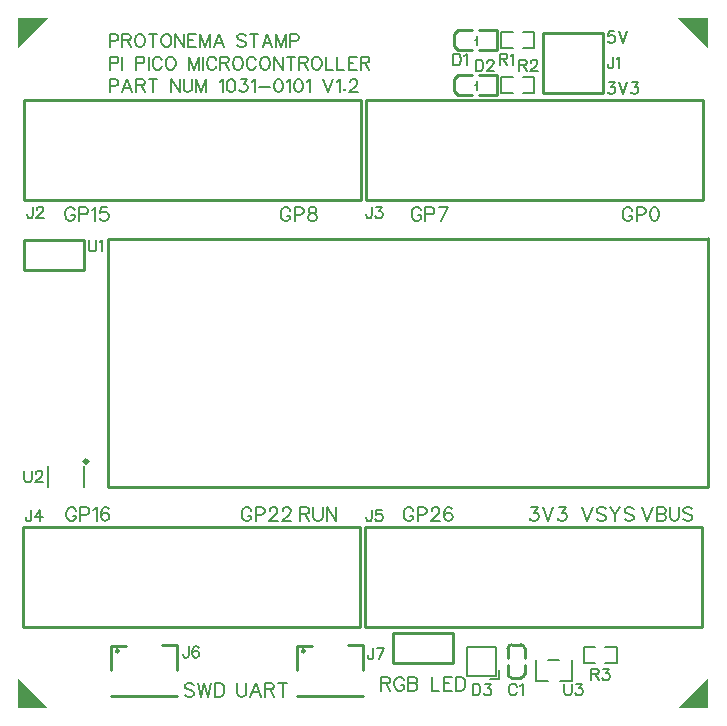
<source format=gto>
G04 Layer: TopSilkscreenLayer*
G04 EasyEDA v6.5.29, 2023-07-09 12:24:00*
G04 97f15dd9b7304d05b9f7bb3fd5aabb56,5a6b42c53f6a479593ecc07194224c93,10*
G04 Gerber Generator version 0.2*
G04 Scale: 100 percent, Rotated: No, Reflected: No *
G04 Dimensions in millimeters *
G04 leading zeros omitted , absolute positions ,4 integer and 5 decimal *
%FSLAX45Y45*%
%MOMM*%

%ADD10C,0.1524*%
%ADD11C,0.2540*%
%ADD12C,0.1520*%
%ADD13C,0.2030*%
%ADD14C,0.3000*%
%ADD15C,0.0114*%

%LPD*%
D10*
X121665Y4241037D02*
G01*
X121665Y4168394D01*
X117094Y4154678D01*
X112521Y4150105D01*
X103378Y4145534D01*
X94487Y4145534D01*
X85344Y4150105D01*
X80771Y4154678D01*
X76200Y4168394D01*
X76200Y4177537D01*
X156210Y4218431D02*
G01*
X156210Y4223004D01*
X160781Y4231894D01*
X165354Y4236465D01*
X174497Y4241037D01*
X192531Y4241037D01*
X201676Y4236465D01*
X206247Y4231894D01*
X210820Y4223004D01*
X210820Y4213860D01*
X206247Y4204715D01*
X197104Y4191000D01*
X151637Y4145534D01*
X215392Y4145534D01*
X2991865Y4241037D02*
G01*
X2991865Y4168394D01*
X2987293Y4154678D01*
X2982722Y4150105D01*
X2973577Y4145534D01*
X2964688Y4145534D01*
X2955543Y4150105D01*
X2950972Y4154678D01*
X2946400Y4168394D01*
X2946400Y4177537D01*
X3030981Y4241037D02*
G01*
X3081020Y4241037D01*
X3053588Y4204715D01*
X3067304Y4204715D01*
X3076447Y4200144D01*
X3081020Y4195571D01*
X3085591Y4182110D01*
X3085591Y4172965D01*
X3081020Y4159250D01*
X3071875Y4150105D01*
X3058159Y4145534D01*
X3044697Y4145534D01*
X3030981Y4150105D01*
X3026409Y4154678D01*
X3021838Y4163821D01*
X108965Y1675637D02*
G01*
X108965Y1602994D01*
X104394Y1589278D01*
X99821Y1584705D01*
X90678Y1580134D01*
X81787Y1580134D01*
X72644Y1584705D01*
X68071Y1589278D01*
X63500Y1602994D01*
X63500Y1612137D01*
X184404Y1675637D02*
G01*
X138937Y1612137D01*
X207010Y1612137D01*
X184404Y1675637D02*
G01*
X184404Y1580134D01*
X2991865Y1675637D02*
G01*
X2991865Y1602994D01*
X2987293Y1589278D01*
X2982722Y1584705D01*
X2973577Y1580134D01*
X2964688Y1580134D01*
X2955543Y1584705D01*
X2950972Y1589278D01*
X2946400Y1602994D01*
X2946400Y1612137D01*
X3076447Y1675637D02*
G01*
X3030981Y1675637D01*
X3026409Y1634744D01*
X3030981Y1639315D01*
X3044697Y1643887D01*
X3058159Y1643887D01*
X3071875Y1639315D01*
X3081020Y1630171D01*
X3085591Y1616710D01*
X3085591Y1607565D01*
X3081020Y1593850D01*
X3071875Y1584705D01*
X3058159Y1580134D01*
X3044697Y1580134D01*
X3030981Y1584705D01*
X3026409Y1589278D01*
X3021838Y1598421D01*
X5199888Y4208526D02*
G01*
X5194554Y4219447D01*
X5183631Y4230370D01*
X5172709Y4235957D01*
X5150865Y4235957D01*
X5139943Y4230370D01*
X5129022Y4219447D01*
X5123434Y4208526D01*
X5118100Y4192270D01*
X5118100Y4165092D01*
X5123434Y4148581D01*
X5129022Y4137660D01*
X5139943Y4126737D01*
X5150865Y4121404D01*
X5172709Y4121404D01*
X5183631Y4126737D01*
X5194554Y4137660D01*
X5199888Y4148581D01*
X5199888Y4165092D01*
X5172709Y4165092D02*
G01*
X5199888Y4165092D01*
X5235956Y4235957D02*
G01*
X5235956Y4121404D01*
X5235956Y4235957D02*
G01*
X5284977Y4235957D01*
X5301488Y4230370D01*
X5306822Y4225036D01*
X5312156Y4214113D01*
X5312156Y4197604D01*
X5306822Y4186681D01*
X5301488Y4181347D01*
X5284977Y4176013D01*
X5235956Y4176013D01*
X5380990Y4235957D02*
G01*
X5364734Y4230370D01*
X5353811Y4214113D01*
X5348224Y4186681D01*
X5348224Y4170426D01*
X5353811Y4143247D01*
X5364734Y4126737D01*
X5380990Y4121404D01*
X5391911Y4121404D01*
X5408168Y4126737D01*
X5419090Y4143247D01*
X5424677Y4170426D01*
X5424677Y4186681D01*
X5419090Y4214113D01*
X5408168Y4230370D01*
X5391911Y4235957D01*
X5380990Y4235957D01*
X3411981Y4212132D02*
G01*
X3406647Y4223054D01*
X3395725Y4233976D01*
X3384804Y4239564D01*
X3362959Y4239564D01*
X3352038Y4233976D01*
X3341115Y4223054D01*
X3335527Y4212132D01*
X3330193Y4195876D01*
X3330193Y4168698D01*
X3335527Y4152188D01*
X3341115Y4141266D01*
X3352038Y4130344D01*
X3362959Y4125010D01*
X3384804Y4125010D01*
X3395725Y4130344D01*
X3406647Y4141266D01*
X3411981Y4152188D01*
X3411981Y4168698D01*
X3384804Y4168698D02*
G01*
X3411981Y4168698D01*
X3448050Y4239564D02*
G01*
X3448050Y4125010D01*
X3448050Y4239564D02*
G01*
X3497072Y4239564D01*
X3513581Y4233976D01*
X3518915Y4228642D01*
X3524250Y4217720D01*
X3524250Y4201210D01*
X3518915Y4190288D01*
X3513581Y4184954D01*
X3497072Y4179620D01*
X3448050Y4179620D01*
X3636772Y4239564D02*
G01*
X3582161Y4125010D01*
X3560318Y4239564D02*
G01*
X3636772Y4239564D01*
X2304288Y4208526D02*
G01*
X2298954Y4219447D01*
X2288031Y4230370D01*
X2277109Y4235957D01*
X2255265Y4235957D01*
X2244343Y4230370D01*
X2233422Y4219447D01*
X2227834Y4208526D01*
X2222500Y4192270D01*
X2222500Y4165092D01*
X2227834Y4148581D01*
X2233422Y4137660D01*
X2244343Y4126737D01*
X2255265Y4121404D01*
X2277109Y4121404D01*
X2288031Y4126737D01*
X2298954Y4137660D01*
X2304288Y4148581D01*
X2304288Y4165092D01*
X2277109Y4165092D02*
G01*
X2304288Y4165092D01*
X2340356Y4235957D02*
G01*
X2340356Y4121404D01*
X2340356Y4235957D02*
G01*
X2389377Y4235957D01*
X2405888Y4230370D01*
X2411222Y4225036D01*
X2416556Y4214113D01*
X2416556Y4197604D01*
X2411222Y4186681D01*
X2405888Y4181347D01*
X2389377Y4176013D01*
X2340356Y4176013D01*
X2480056Y4235957D02*
G01*
X2463545Y4230370D01*
X2458211Y4219447D01*
X2458211Y4208526D01*
X2463545Y4197604D01*
X2474468Y4192270D01*
X2496311Y4186681D01*
X2512568Y4181347D01*
X2523490Y4170426D01*
X2529077Y4159504D01*
X2529077Y4143247D01*
X2523490Y4132326D01*
X2518156Y4126737D01*
X2501645Y4121404D01*
X2480056Y4121404D01*
X2463545Y4126737D01*
X2458211Y4132326D01*
X2452624Y4143247D01*
X2452624Y4159504D01*
X2458211Y4170426D01*
X2469134Y4181347D01*
X2485390Y4186681D01*
X2507234Y4192270D01*
X2518156Y4197604D01*
X2523490Y4208526D01*
X2523490Y4219447D01*
X2518156Y4230370D01*
X2501645Y4235957D01*
X2480056Y4235957D01*
X478281Y4212132D02*
G01*
X472947Y4223054D01*
X462026Y4233976D01*
X451104Y4239564D01*
X429260Y4239564D01*
X418337Y4233976D01*
X407415Y4223054D01*
X401828Y4212132D01*
X396494Y4195876D01*
X396494Y4168698D01*
X401828Y4152188D01*
X407415Y4141266D01*
X418337Y4130344D01*
X429260Y4125010D01*
X451104Y4125010D01*
X462026Y4130344D01*
X472947Y4141266D01*
X478281Y4152188D01*
X478281Y4168698D01*
X451104Y4168698D02*
G01*
X478281Y4168698D01*
X514350Y4239564D02*
G01*
X514350Y4125010D01*
X514350Y4239564D02*
G01*
X563371Y4239564D01*
X579881Y4233976D01*
X585215Y4228642D01*
X590550Y4217720D01*
X590550Y4201210D01*
X585215Y4190288D01*
X579881Y4184954D01*
X563371Y4179620D01*
X514350Y4179620D01*
X626618Y4217720D02*
G01*
X637539Y4223054D01*
X654050Y4239564D01*
X654050Y4125010D01*
X755395Y4239564D02*
G01*
X700786Y4239564D01*
X695452Y4190288D01*
X700786Y4195876D01*
X717295Y4201210D01*
X733552Y4201210D01*
X750062Y4195876D01*
X760729Y4184954D01*
X766318Y4168698D01*
X766318Y4157776D01*
X760729Y4141266D01*
X750062Y4130344D01*
X733552Y4125010D01*
X717295Y4125010D01*
X700786Y4130344D01*
X695452Y4135932D01*
X689863Y4146854D01*
X488187Y1668526D02*
G01*
X482854Y1679447D01*
X471931Y1690370D01*
X461010Y1695957D01*
X439165Y1695957D01*
X428244Y1690370D01*
X417321Y1679447D01*
X411734Y1668526D01*
X406400Y1652270D01*
X406400Y1625092D01*
X411734Y1608581D01*
X417321Y1597660D01*
X428244Y1586737D01*
X439165Y1581404D01*
X461010Y1581404D01*
X471931Y1586737D01*
X482854Y1597660D01*
X488187Y1608581D01*
X488187Y1625092D01*
X461010Y1625092D02*
G01*
X488187Y1625092D01*
X524255Y1695957D02*
G01*
X524255Y1581404D01*
X524255Y1695957D02*
G01*
X573278Y1695957D01*
X589787Y1690370D01*
X595121Y1685036D01*
X600455Y1674113D01*
X600455Y1657604D01*
X595121Y1646681D01*
X589787Y1641347D01*
X573278Y1636013D01*
X524255Y1636013D01*
X636523Y1674113D02*
G01*
X647445Y1679447D01*
X663955Y1695957D01*
X663955Y1581404D01*
X765302Y1679447D02*
G01*
X759968Y1690370D01*
X743457Y1695957D01*
X732536Y1695957D01*
X716279Y1690370D01*
X705357Y1674113D01*
X699770Y1646681D01*
X699770Y1619504D01*
X705357Y1597660D01*
X716279Y1586737D01*
X732536Y1581404D01*
X738123Y1581404D01*
X754379Y1586737D01*
X765302Y1597660D01*
X770636Y1614170D01*
X770636Y1619504D01*
X765302Y1636013D01*
X754379Y1646681D01*
X738123Y1652270D01*
X732536Y1652270D01*
X716279Y1646681D01*
X705357Y1636013D01*
X699770Y1619504D01*
X3345688Y1668526D02*
G01*
X3340354Y1679447D01*
X3329431Y1690370D01*
X3318509Y1695957D01*
X3296665Y1695957D01*
X3285743Y1690370D01*
X3274822Y1679447D01*
X3269234Y1668526D01*
X3263900Y1652270D01*
X3263900Y1625092D01*
X3269234Y1608581D01*
X3274822Y1597660D01*
X3285743Y1586737D01*
X3296665Y1581404D01*
X3318509Y1581404D01*
X3329431Y1586737D01*
X3340354Y1597660D01*
X3345688Y1608581D01*
X3345688Y1625092D01*
X3318509Y1625092D02*
G01*
X3345688Y1625092D01*
X3381756Y1695957D02*
G01*
X3381756Y1581404D01*
X3381756Y1695957D02*
G01*
X3430777Y1695957D01*
X3447288Y1690370D01*
X3452622Y1685036D01*
X3457956Y1674113D01*
X3457956Y1657604D01*
X3452622Y1646681D01*
X3447288Y1641347D01*
X3430777Y1636013D01*
X3381756Y1636013D01*
X3499611Y1668526D02*
G01*
X3499611Y1674113D01*
X3504945Y1685036D01*
X3510534Y1690370D01*
X3521456Y1695957D01*
X3543045Y1695957D01*
X3553968Y1690370D01*
X3559556Y1685036D01*
X3564890Y1674113D01*
X3564890Y1663192D01*
X3559556Y1652270D01*
X3548634Y1636013D01*
X3494024Y1581404D01*
X3570477Y1581404D01*
X3671824Y1679447D02*
G01*
X3666490Y1690370D01*
X3649979Y1695957D01*
X3639058Y1695957D01*
X3622802Y1690370D01*
X3611879Y1674113D01*
X3606545Y1646681D01*
X3606545Y1619504D01*
X3611879Y1597660D01*
X3622802Y1586737D01*
X3639058Y1581404D01*
X3644645Y1581404D01*
X3660902Y1586737D01*
X3671824Y1597660D01*
X3677411Y1614170D01*
X3677411Y1619504D01*
X3671824Y1636013D01*
X3660902Y1646681D01*
X3644645Y1652270D01*
X3639058Y1652270D01*
X3622802Y1646681D01*
X3611879Y1636013D01*
X3606545Y1619504D01*
X2387600Y1695957D02*
G01*
X2387600Y1581404D01*
X2387600Y1695957D02*
G01*
X2436622Y1695957D01*
X2453131Y1690370D01*
X2458465Y1685036D01*
X2464054Y1674113D01*
X2464054Y1663192D01*
X2458465Y1652270D01*
X2453131Y1646681D01*
X2436622Y1641347D01*
X2387600Y1641347D01*
X2425700Y1641347D02*
G01*
X2464054Y1581404D01*
X2499868Y1695957D02*
G01*
X2499868Y1614170D01*
X2505456Y1597660D01*
X2516377Y1586737D01*
X2532634Y1581404D01*
X2543556Y1581404D01*
X2560065Y1586737D01*
X2570988Y1597660D01*
X2576322Y1614170D01*
X2576322Y1695957D01*
X2612390Y1695957D02*
G01*
X2612390Y1581404D01*
X2612390Y1695957D02*
G01*
X2688590Y1581404D01*
X2688590Y1695957D02*
G01*
X2688590Y1581404D01*
X5283200Y1695957D02*
G01*
X5326888Y1581404D01*
X5370575Y1695957D02*
G01*
X5326888Y1581404D01*
X5406390Y1695957D02*
G01*
X5406390Y1581404D01*
X5406390Y1695957D02*
G01*
X5455665Y1695957D01*
X5471922Y1690370D01*
X5477256Y1685036D01*
X5482843Y1674113D01*
X5482843Y1663192D01*
X5477256Y1652270D01*
X5471922Y1646681D01*
X5455665Y1641347D01*
X5406390Y1641347D02*
G01*
X5455665Y1641347D01*
X5471922Y1636013D01*
X5477256Y1630426D01*
X5482843Y1619504D01*
X5482843Y1603247D01*
X5477256Y1592326D01*
X5471922Y1586737D01*
X5455665Y1581404D01*
X5406390Y1581404D01*
X5518911Y1695957D02*
G01*
X5518911Y1614170D01*
X5524245Y1597660D01*
X5535168Y1586737D01*
X5551677Y1581404D01*
X5562345Y1581404D01*
X5578856Y1586737D01*
X5589777Y1597660D01*
X5595111Y1614170D01*
X5595111Y1695957D01*
X5707634Y1679447D02*
G01*
X5696711Y1690370D01*
X5680202Y1695957D01*
X5658358Y1695957D01*
X5642102Y1690370D01*
X5631179Y1679447D01*
X5631179Y1668526D01*
X5636768Y1657604D01*
X5642102Y1652270D01*
X5653024Y1646681D01*
X5685790Y1636013D01*
X5696711Y1630426D01*
X5702045Y1625092D01*
X5707634Y1614170D01*
X5707634Y1597660D01*
X5696711Y1586737D01*
X5680202Y1581404D01*
X5658358Y1581404D01*
X5642102Y1586737D01*
X5631179Y1597660D01*
X4341622Y1695957D02*
G01*
X4401565Y1695957D01*
X4368800Y1652270D01*
X4385309Y1652270D01*
X4396231Y1646681D01*
X4401565Y1641347D01*
X4407154Y1625092D01*
X4407154Y1614170D01*
X4401565Y1597660D01*
X4390643Y1586737D01*
X4374388Y1581404D01*
X4357877Y1581404D01*
X4341622Y1586737D01*
X4336034Y1592326D01*
X4330700Y1603247D01*
X4442968Y1695957D02*
G01*
X4486656Y1581404D01*
X4530343Y1695957D02*
G01*
X4486656Y1581404D01*
X4577334Y1695957D02*
G01*
X4637277Y1695957D01*
X4604511Y1652270D01*
X4620768Y1652270D01*
X4631690Y1646681D01*
X4637277Y1641347D01*
X4642611Y1625092D01*
X4642611Y1614170D01*
X4637277Y1597660D01*
X4626356Y1586737D01*
X4609845Y1581404D01*
X4593590Y1581404D01*
X4577334Y1586737D01*
X4571745Y1592326D01*
X4566411Y1603247D01*
X4775200Y1695957D02*
G01*
X4818888Y1581404D01*
X4862575Y1695957D02*
G01*
X4818888Y1581404D01*
X4974843Y1679447D02*
G01*
X4963922Y1690370D01*
X4947665Y1695957D01*
X4925822Y1695957D01*
X4909311Y1690370D01*
X4898390Y1679447D01*
X4898390Y1668526D01*
X4903977Y1657604D01*
X4909311Y1652270D01*
X4920234Y1646681D01*
X4953000Y1636013D01*
X4963922Y1630426D01*
X4969256Y1625092D01*
X4974843Y1614170D01*
X4974843Y1597660D01*
X4963922Y1586737D01*
X4947665Y1581404D01*
X4925822Y1581404D01*
X4909311Y1586737D01*
X4898390Y1597660D01*
X5010911Y1695957D02*
G01*
X5054345Y1641347D01*
X5054345Y1581404D01*
X5098034Y1695957D02*
G01*
X5054345Y1641347D01*
X5210556Y1679447D02*
G01*
X5199634Y1690370D01*
X5183124Y1695957D01*
X5161279Y1695957D01*
X5145024Y1690370D01*
X5134102Y1679447D01*
X5134102Y1668526D01*
X5139436Y1657604D01*
X5145024Y1652270D01*
X5155945Y1646681D01*
X5188711Y1636013D01*
X5199634Y1630426D01*
X5204968Y1625092D01*
X5210556Y1614170D01*
X5210556Y1597660D01*
X5199634Y1586737D01*
X5183124Y1581404D01*
X5161279Y1581404D01*
X5145024Y1586737D01*
X5134102Y1597660D01*
X1974088Y1668526D02*
G01*
X1968754Y1679447D01*
X1957831Y1690370D01*
X1946909Y1695957D01*
X1925065Y1695957D01*
X1914144Y1690370D01*
X1903221Y1679447D01*
X1897634Y1668526D01*
X1892300Y1652270D01*
X1892300Y1625092D01*
X1897634Y1608581D01*
X1903221Y1597660D01*
X1914144Y1586737D01*
X1925065Y1581404D01*
X1946909Y1581404D01*
X1957831Y1586737D01*
X1968754Y1597660D01*
X1974088Y1608581D01*
X1974088Y1625092D01*
X1946909Y1625092D02*
G01*
X1974088Y1625092D01*
X2010156Y1695957D02*
G01*
X2010156Y1581404D01*
X2010156Y1695957D02*
G01*
X2059177Y1695957D01*
X2075688Y1690370D01*
X2081022Y1685036D01*
X2086356Y1674113D01*
X2086356Y1657604D01*
X2081022Y1646681D01*
X2075688Y1641347D01*
X2059177Y1636013D01*
X2010156Y1636013D01*
X2128011Y1668526D02*
G01*
X2128011Y1674113D01*
X2133345Y1685036D01*
X2138934Y1690370D01*
X2149856Y1695957D01*
X2171445Y1695957D01*
X2182368Y1690370D01*
X2187956Y1685036D01*
X2193290Y1674113D01*
X2193290Y1663192D01*
X2187956Y1652270D01*
X2177034Y1636013D01*
X2122424Y1581404D01*
X2198877Y1581404D01*
X2240279Y1668526D02*
G01*
X2240279Y1674113D01*
X2245868Y1685036D01*
X2251202Y1690370D01*
X2262124Y1695957D01*
X2283968Y1695957D01*
X2294890Y1690370D01*
X2300224Y1685036D01*
X2305811Y1674113D01*
X2305811Y1663192D01*
X2300224Y1652270D01*
X2289302Y1636013D01*
X2234945Y1581404D01*
X2311145Y1581404D01*
X596900Y3961637D02*
G01*
X596900Y3893565D01*
X601471Y3879850D01*
X610615Y3870705D01*
X624078Y3866134D01*
X633221Y3866134D01*
X646937Y3870705D01*
X656081Y3879850D01*
X660654Y3893565D01*
X660654Y3961637D01*
X690626Y3943604D02*
G01*
X699515Y3948176D01*
X713231Y3961637D01*
X713231Y3866134D01*
X5045709Y5726937D02*
G01*
X5000243Y5726937D01*
X4995672Y5686044D01*
X5000243Y5690615D01*
X5013706Y5695187D01*
X5027422Y5695187D01*
X5041138Y5690615D01*
X5050281Y5681471D01*
X5054854Y5668010D01*
X5054854Y5658865D01*
X5050281Y5645150D01*
X5041138Y5636005D01*
X5027422Y5631434D01*
X5013706Y5631434D01*
X5000243Y5636005D01*
X4995672Y5640578D01*
X4991100Y5649721D01*
X5084825Y5726937D02*
G01*
X5121147Y5631434D01*
X5157470Y5726937D02*
G01*
X5121147Y5631434D01*
X5000243Y5295137D02*
G01*
X5050281Y5295137D01*
X5022850Y5258815D01*
X5036565Y5258815D01*
X5045709Y5254244D01*
X5050281Y5249671D01*
X5054854Y5236210D01*
X5054854Y5227065D01*
X5050281Y5213350D01*
X5041138Y5204205D01*
X5027422Y5199634D01*
X5013706Y5199634D01*
X5000243Y5204205D01*
X4995672Y5208778D01*
X4991100Y5217921D01*
X5084825Y5295137D02*
G01*
X5121147Y5199634D01*
X5157470Y5295137D02*
G01*
X5121147Y5199634D01*
X5196586Y5295137D02*
G01*
X5246624Y5295137D01*
X5219191Y5258815D01*
X5232908Y5258815D01*
X5242052Y5254244D01*
X5246624Y5249671D01*
X5251195Y5236210D01*
X5251195Y5227065D01*
X5246624Y5213350D01*
X5237479Y5204205D01*
X5223763Y5199634D01*
X5210302Y5199634D01*
X5196586Y5204205D01*
X5192013Y5208778D01*
X5187441Y5217921D01*
X5036565Y5511037D02*
G01*
X5036565Y5438394D01*
X5031993Y5424678D01*
X5027422Y5420105D01*
X5018277Y5415534D01*
X5009388Y5415534D01*
X5000243Y5420105D01*
X4995672Y5424678D01*
X4991100Y5438394D01*
X4991100Y5447537D01*
X5066538Y5493004D02*
G01*
X5075681Y5497576D01*
X5089397Y5511037D01*
X5089397Y5415534D01*
X774700Y5703315D02*
G01*
X774700Y5594350D01*
X774700Y5703315D02*
G01*
X821436Y5703315D01*
X836929Y5698236D01*
X842263Y5692902D01*
X847344Y5682487D01*
X847344Y5666994D01*
X842263Y5656579D01*
X836929Y5651500D01*
X821436Y5646165D01*
X774700Y5646165D01*
X881634Y5703315D02*
G01*
X881634Y5594350D01*
X881634Y5703315D02*
G01*
X928370Y5703315D01*
X944118Y5698236D01*
X949197Y5692902D01*
X954531Y5682487D01*
X954531Y5672073D01*
X949197Y5661660D01*
X944118Y5656579D01*
X928370Y5651500D01*
X881634Y5651500D01*
X918210Y5651500D02*
G01*
X954531Y5594350D01*
X1019810Y5703315D02*
G01*
X1009650Y5698236D01*
X999236Y5687821D01*
X993902Y5677407D01*
X988821Y5661660D01*
X988821Y5635752D01*
X993902Y5620257D01*
X999236Y5609844D01*
X1009650Y5599429D01*
X1019810Y5594350D01*
X1040637Y5594350D01*
X1051052Y5599429D01*
X1061465Y5609844D01*
X1066800Y5620257D01*
X1071879Y5635752D01*
X1071879Y5661660D01*
X1066800Y5677407D01*
X1061465Y5687821D01*
X1051052Y5698236D01*
X1040637Y5703315D01*
X1019810Y5703315D01*
X1142492Y5703315D02*
G01*
X1142492Y5594350D01*
X1106170Y5703315D02*
G01*
X1178813Y5703315D01*
X1244345Y5703315D02*
G01*
X1233931Y5698236D01*
X1223518Y5687821D01*
X1218437Y5677407D01*
X1213104Y5661660D01*
X1213104Y5635752D01*
X1218437Y5620257D01*
X1223518Y5609844D01*
X1233931Y5599429D01*
X1244345Y5594350D01*
X1265173Y5594350D01*
X1275587Y5599429D01*
X1286002Y5609844D01*
X1291081Y5620257D01*
X1296415Y5635752D01*
X1296415Y5661660D01*
X1291081Y5677407D01*
X1286002Y5687821D01*
X1275587Y5698236D01*
X1265173Y5703315D01*
X1244345Y5703315D01*
X1330705Y5703315D02*
G01*
X1330705Y5594350D01*
X1330705Y5703315D02*
G01*
X1403350Y5594350D01*
X1403350Y5703315D02*
G01*
X1403350Y5594350D01*
X1437639Y5703315D02*
G01*
X1437639Y5594350D01*
X1437639Y5703315D02*
G01*
X1505204Y5703315D01*
X1437639Y5651500D02*
G01*
X1479295Y5651500D01*
X1437639Y5594350D02*
G01*
X1505204Y5594350D01*
X1539494Y5703315D02*
G01*
X1539494Y5594350D01*
X1539494Y5703315D02*
G01*
X1581150Y5594350D01*
X1622552Y5703315D02*
G01*
X1581150Y5594350D01*
X1622552Y5703315D02*
G01*
X1622552Y5594350D01*
X1698497Y5703315D02*
G01*
X1656842Y5594350D01*
X1698497Y5703315D02*
G01*
X1739900Y5594350D01*
X1672589Y5630671D02*
G01*
X1724405Y5630671D01*
X1927097Y5687821D02*
G01*
X1916684Y5698236D01*
X1901189Y5703315D01*
X1880362Y5703315D01*
X1864613Y5698236D01*
X1854200Y5687821D01*
X1854200Y5677407D01*
X1859534Y5666994D01*
X1864613Y5661660D01*
X1875028Y5656579D01*
X1906270Y5646165D01*
X1916684Y5641086D01*
X1921763Y5635752D01*
X1927097Y5625337D01*
X1927097Y5609844D01*
X1916684Y5599429D01*
X1901189Y5594350D01*
X1880362Y5594350D01*
X1864613Y5599429D01*
X1854200Y5609844D01*
X1997709Y5703315D02*
G01*
X1997709Y5594350D01*
X1961388Y5703315D02*
G01*
X2034031Y5703315D01*
X2109977Y5703315D02*
G01*
X2068322Y5594350D01*
X2109977Y5703315D02*
G01*
X2151379Y5594350D01*
X2084070Y5630671D02*
G01*
X2135886Y5630671D01*
X2185670Y5703315D02*
G01*
X2185670Y5594350D01*
X2185670Y5703315D02*
G01*
X2227325Y5594350D01*
X2268981Y5703315D02*
G01*
X2227325Y5594350D01*
X2268981Y5703315D02*
G01*
X2268981Y5594350D01*
X2303272Y5703315D02*
G01*
X2303272Y5594350D01*
X2303272Y5703315D02*
G01*
X2350008Y5703315D01*
X2365502Y5698236D01*
X2370836Y5692902D01*
X2375915Y5682487D01*
X2375915Y5666994D01*
X2370836Y5656579D01*
X2365502Y5651500D01*
X2350008Y5646165D01*
X2303272Y5646165D01*
X774700Y5512815D02*
G01*
X774700Y5403850D01*
X774700Y5512815D02*
G01*
X821436Y5512815D01*
X836929Y5507736D01*
X842263Y5502402D01*
X847344Y5491987D01*
X847344Y5476494D01*
X842263Y5466079D01*
X836929Y5461000D01*
X821436Y5455665D01*
X774700Y5455665D01*
X881634Y5512815D02*
G01*
X881634Y5403850D01*
X995934Y5512815D02*
G01*
X995934Y5403850D01*
X995934Y5512815D02*
G01*
X1042670Y5512815D01*
X1058418Y5507736D01*
X1063497Y5502402D01*
X1068831Y5491987D01*
X1068831Y5476494D01*
X1063497Y5466079D01*
X1058418Y5461000D01*
X1042670Y5455665D01*
X995934Y5455665D01*
X1103121Y5512815D02*
G01*
X1103121Y5403850D01*
X1215389Y5486907D02*
G01*
X1210055Y5497321D01*
X1199642Y5507736D01*
X1189228Y5512815D01*
X1168400Y5512815D01*
X1158239Y5507736D01*
X1147826Y5497321D01*
X1142492Y5486907D01*
X1137412Y5471160D01*
X1137412Y5445252D01*
X1142492Y5429757D01*
X1147826Y5419344D01*
X1158239Y5408929D01*
X1168400Y5403850D01*
X1189228Y5403850D01*
X1199642Y5408929D01*
X1210055Y5419344D01*
X1215389Y5429757D01*
X1280668Y5512815D02*
G01*
X1270254Y5507736D01*
X1259839Y5497321D01*
X1254760Y5486907D01*
X1249679Y5471160D01*
X1249679Y5445252D01*
X1254760Y5429757D01*
X1259839Y5419344D01*
X1270254Y5408929D01*
X1280668Y5403850D01*
X1301495Y5403850D01*
X1311910Y5408929D01*
X1322323Y5419344D01*
X1327404Y5429757D01*
X1332737Y5445252D01*
X1332737Y5471160D01*
X1327404Y5486907D01*
X1322323Y5497321D01*
X1311910Y5507736D01*
X1301495Y5512815D01*
X1280668Y5512815D01*
X1447037Y5512815D02*
G01*
X1447037Y5403850D01*
X1447037Y5512815D02*
G01*
X1488439Y5403850D01*
X1530095Y5512815D02*
G01*
X1488439Y5403850D01*
X1530095Y5512815D02*
G01*
X1530095Y5403850D01*
X1564386Y5512815D02*
G01*
X1564386Y5403850D01*
X1676654Y5486907D02*
G01*
X1671320Y5497321D01*
X1661160Y5507736D01*
X1650745Y5512815D01*
X1629918Y5512815D01*
X1619504Y5507736D01*
X1609089Y5497321D01*
X1604010Y5486907D01*
X1598676Y5471160D01*
X1598676Y5445252D01*
X1604010Y5429757D01*
X1609089Y5419344D01*
X1619504Y5408929D01*
X1629918Y5403850D01*
X1650745Y5403850D01*
X1661160Y5408929D01*
X1671320Y5419344D01*
X1676654Y5429757D01*
X1710944Y5512815D02*
G01*
X1710944Y5403850D01*
X1710944Y5512815D02*
G01*
X1757679Y5512815D01*
X1773173Y5507736D01*
X1778507Y5502402D01*
X1783587Y5491987D01*
X1783587Y5481573D01*
X1778507Y5471160D01*
X1773173Y5466079D01*
X1757679Y5461000D01*
X1710944Y5461000D01*
X1747265Y5461000D02*
G01*
X1783587Y5403850D01*
X1849120Y5512815D02*
G01*
X1838705Y5507736D01*
X1828292Y5497321D01*
X1823212Y5486907D01*
X1817878Y5471160D01*
X1817878Y5445252D01*
X1823212Y5429757D01*
X1828292Y5419344D01*
X1838705Y5408929D01*
X1849120Y5403850D01*
X1869947Y5403850D01*
X1880362Y5408929D01*
X1890776Y5419344D01*
X1895855Y5429757D01*
X1901189Y5445252D01*
X1901189Y5471160D01*
X1895855Y5486907D01*
X1890776Y5497321D01*
X1880362Y5507736D01*
X1869947Y5512815D01*
X1849120Y5512815D01*
X2013204Y5486907D02*
G01*
X2008124Y5497321D01*
X1997709Y5507736D01*
X1987295Y5512815D01*
X1966468Y5512815D01*
X1956054Y5507736D01*
X1945640Y5497321D01*
X1940559Y5486907D01*
X1935479Y5471160D01*
X1935479Y5445252D01*
X1940559Y5429757D01*
X1945640Y5419344D01*
X1956054Y5408929D01*
X1966468Y5403850D01*
X1987295Y5403850D01*
X1997709Y5408929D01*
X2008124Y5419344D01*
X2013204Y5429757D01*
X2078736Y5512815D02*
G01*
X2068322Y5507736D01*
X2057908Y5497321D01*
X2052827Y5486907D01*
X2047493Y5471160D01*
X2047493Y5445252D01*
X2052827Y5429757D01*
X2057908Y5419344D01*
X2068322Y5408929D01*
X2078736Y5403850D01*
X2099563Y5403850D01*
X2109977Y5408929D01*
X2120391Y5419344D01*
X2125472Y5429757D01*
X2130806Y5445252D01*
X2130806Y5471160D01*
X2125472Y5486907D01*
X2120391Y5497321D01*
X2109977Y5507736D01*
X2099563Y5512815D01*
X2078736Y5512815D01*
X2165095Y5512815D02*
G01*
X2165095Y5403850D01*
X2165095Y5512815D02*
G01*
X2237740Y5403850D01*
X2237740Y5512815D02*
G01*
X2237740Y5403850D01*
X2308352Y5512815D02*
G01*
X2308352Y5403850D01*
X2272029Y5512815D02*
G01*
X2344674Y5512815D01*
X2378963Y5512815D02*
G01*
X2378963Y5403850D01*
X2378963Y5512815D02*
G01*
X2425700Y5512815D01*
X2441447Y5507736D01*
X2446527Y5502402D01*
X2451861Y5491987D01*
X2451861Y5481573D01*
X2446527Y5471160D01*
X2441447Y5466079D01*
X2425700Y5461000D01*
X2378963Y5461000D01*
X2415540Y5461000D02*
G01*
X2451861Y5403850D01*
X2517140Y5512815D02*
G01*
X2506979Y5507736D01*
X2496565Y5497321D01*
X2491231Y5486907D01*
X2486152Y5471160D01*
X2486152Y5445252D01*
X2491231Y5429757D01*
X2496565Y5419344D01*
X2506979Y5408929D01*
X2517140Y5403850D01*
X2537968Y5403850D01*
X2548381Y5408929D01*
X2558795Y5419344D01*
X2564129Y5429757D01*
X2569209Y5445252D01*
X2569209Y5471160D01*
X2564129Y5486907D01*
X2558795Y5497321D01*
X2548381Y5507736D01*
X2537968Y5512815D01*
X2517140Y5512815D01*
X2603500Y5512815D02*
G01*
X2603500Y5403850D01*
X2603500Y5403850D02*
G01*
X2665729Y5403850D01*
X2700020Y5512815D02*
G01*
X2700020Y5403850D01*
X2700020Y5403850D02*
G01*
X2762504Y5403850D01*
X2796793Y5512815D02*
G01*
X2796793Y5403850D01*
X2796793Y5512815D02*
G01*
X2864358Y5512815D01*
X2796793Y5461000D02*
G01*
X2838450Y5461000D01*
X2796793Y5403850D02*
G01*
X2864358Y5403850D01*
X2898647Y5512815D02*
G01*
X2898647Y5403850D01*
X2898647Y5512815D02*
G01*
X2945384Y5512815D01*
X2960877Y5507736D01*
X2966211Y5502402D01*
X2971291Y5491987D01*
X2971291Y5481573D01*
X2966211Y5471160D01*
X2960877Y5466079D01*
X2945384Y5461000D01*
X2898647Y5461000D01*
X2934970Y5461000D02*
G01*
X2971291Y5403850D01*
X774700Y5322315D02*
G01*
X774700Y5213350D01*
X774700Y5322315D02*
G01*
X821436Y5322315D01*
X836929Y5317236D01*
X842263Y5311902D01*
X847344Y5301487D01*
X847344Y5285994D01*
X842263Y5275579D01*
X836929Y5270500D01*
X821436Y5265165D01*
X774700Y5265165D01*
X923289Y5322315D02*
G01*
X881634Y5213350D01*
X923289Y5322315D02*
G01*
X964945Y5213350D01*
X897381Y5249671D02*
G01*
X949197Y5249671D01*
X999236Y5322315D02*
G01*
X999236Y5213350D01*
X999236Y5322315D02*
G01*
X1045971Y5322315D01*
X1061465Y5317236D01*
X1066800Y5311902D01*
X1071879Y5301487D01*
X1071879Y5291073D01*
X1066800Y5280660D01*
X1061465Y5275579D01*
X1045971Y5270500D01*
X999236Y5270500D01*
X1035557Y5270500D02*
G01*
X1071879Y5213350D01*
X1142492Y5322315D02*
G01*
X1142492Y5213350D01*
X1106170Y5322315D02*
G01*
X1178813Y5322315D01*
X1293113Y5322315D02*
G01*
X1293113Y5213350D01*
X1293113Y5322315D02*
G01*
X1366012Y5213350D01*
X1366012Y5322315D02*
G01*
X1366012Y5213350D01*
X1400302Y5322315D02*
G01*
X1400302Y5244337D01*
X1405381Y5228844D01*
X1415795Y5218429D01*
X1431289Y5213350D01*
X1441704Y5213350D01*
X1457452Y5218429D01*
X1467865Y5228844D01*
X1472945Y5244337D01*
X1472945Y5322315D01*
X1507236Y5322315D02*
G01*
X1507236Y5213350D01*
X1507236Y5322315D02*
G01*
X1548892Y5213350D01*
X1590294Y5322315D02*
G01*
X1548892Y5213350D01*
X1590294Y5322315D02*
G01*
X1590294Y5213350D01*
X1704594Y5301487D02*
G01*
X1715007Y5306821D01*
X1730755Y5322315D01*
X1730755Y5213350D01*
X1796034Y5322315D02*
G01*
X1780539Y5317236D01*
X1770126Y5301487D01*
X1765045Y5275579D01*
X1765045Y5260086D01*
X1770126Y5233923D01*
X1780539Y5218429D01*
X1796034Y5213350D01*
X1806447Y5213350D01*
X1822195Y5218429D01*
X1832610Y5233923D01*
X1837689Y5260086D01*
X1837689Y5275579D01*
X1832610Y5301487D01*
X1822195Y5317236D01*
X1806447Y5322315D01*
X1796034Y5322315D01*
X1882394Y5322315D02*
G01*
X1939543Y5322315D01*
X1908302Y5280660D01*
X1924050Y5280660D01*
X1934209Y5275579D01*
X1939543Y5270500D01*
X1944624Y5254752D01*
X1944624Y5244337D01*
X1939543Y5228844D01*
X1929129Y5218429D01*
X1913636Y5213350D01*
X1897887Y5213350D01*
X1882394Y5218429D01*
X1877060Y5223510D01*
X1871979Y5233923D01*
X1978913Y5301487D02*
G01*
X1989327Y5306821D01*
X2005075Y5322315D01*
X2005075Y5213350D01*
X2039365Y5260086D02*
G01*
X2132838Y5260086D01*
X2198370Y5322315D02*
G01*
X2182622Y5317236D01*
X2172208Y5301487D01*
X2167127Y5275579D01*
X2167127Y5260086D01*
X2172208Y5233923D01*
X2182622Y5218429D01*
X2198370Y5213350D01*
X2208529Y5213350D01*
X2224277Y5218429D01*
X2234691Y5233923D01*
X2239772Y5260086D01*
X2239772Y5275579D01*
X2234691Y5301487D01*
X2224277Y5317236D01*
X2208529Y5322315D01*
X2198370Y5322315D01*
X2274061Y5301487D02*
G01*
X2284475Y5306821D01*
X2299970Y5322315D01*
X2299970Y5213350D01*
X2365502Y5322315D02*
G01*
X2350008Y5317236D01*
X2339593Y5301487D01*
X2334259Y5275579D01*
X2334259Y5260086D01*
X2339593Y5233923D01*
X2350008Y5218429D01*
X2365502Y5213350D01*
X2375915Y5213350D01*
X2391409Y5218429D01*
X2401824Y5233923D01*
X2407158Y5260086D01*
X2407158Y5275579D01*
X2401824Y5301487D01*
X2391409Y5317236D01*
X2375915Y5322315D01*
X2365502Y5322315D01*
X2441447Y5301487D02*
G01*
X2451861Y5306821D01*
X2467356Y5322315D01*
X2467356Y5213350D01*
X2581656Y5322315D02*
G01*
X2623311Y5213350D01*
X2664713Y5322315D02*
G01*
X2623311Y5213350D01*
X2699004Y5301487D02*
G01*
X2709418Y5306821D01*
X2725165Y5322315D01*
X2725165Y5213350D01*
X2764536Y5239257D02*
G01*
X2759456Y5233923D01*
X2764536Y5228844D01*
X2769870Y5233923D01*
X2764536Y5239257D01*
X2809240Y5296407D02*
G01*
X2809240Y5301487D01*
X2814320Y5311902D01*
X2819654Y5317236D01*
X2830068Y5322315D01*
X2850895Y5322315D01*
X2861309Y5317236D01*
X2866390Y5311902D01*
X2871470Y5301487D01*
X2871470Y5291073D01*
X2866390Y5280660D01*
X2855975Y5265165D01*
X2804159Y5213350D01*
X2876804Y5213350D01*
X1486154Y193547D02*
G01*
X1475231Y204470D01*
X1458721Y210057D01*
X1436878Y210057D01*
X1420621Y204470D01*
X1409700Y193547D01*
X1409700Y182626D01*
X1415034Y171704D01*
X1420621Y166370D01*
X1431544Y160781D01*
X1464310Y150113D01*
X1475231Y144526D01*
X1480565Y139192D01*
X1486154Y128270D01*
X1486154Y111760D01*
X1475231Y100837D01*
X1458721Y95504D01*
X1436878Y95504D01*
X1420621Y100837D01*
X1409700Y111760D01*
X1521968Y210057D02*
G01*
X1549400Y95504D01*
X1576578Y210057D02*
G01*
X1549400Y95504D01*
X1576578Y210057D02*
G01*
X1603755Y95504D01*
X1631187Y210057D02*
G01*
X1603755Y95504D01*
X1667255Y210057D02*
G01*
X1667255Y95504D01*
X1667255Y210057D02*
G01*
X1705355Y210057D01*
X1721612Y204470D01*
X1732534Y193547D01*
X1738121Y182626D01*
X1743455Y166370D01*
X1743455Y139192D01*
X1738121Y122681D01*
X1732534Y111760D01*
X1721612Y100837D01*
X1705355Y95504D01*
X1667255Y95504D01*
X1854200Y210057D02*
G01*
X1854200Y128270D01*
X1859534Y111760D01*
X1870455Y100837D01*
X1886965Y95504D01*
X1897887Y95504D01*
X1914144Y100837D01*
X1925065Y111760D01*
X1930654Y128270D01*
X1930654Y210057D01*
X2010156Y210057D02*
G01*
X1966468Y95504D01*
X2010156Y210057D02*
G01*
X2053843Y95504D01*
X1982977Y133604D02*
G01*
X2037588Y133604D01*
X2089911Y210057D02*
G01*
X2089911Y95504D01*
X2089911Y210057D02*
G01*
X2138934Y210057D01*
X2155190Y204470D01*
X2160777Y199136D01*
X2166111Y188213D01*
X2166111Y177292D01*
X2160777Y166370D01*
X2155190Y160781D01*
X2138934Y155447D01*
X2089911Y155447D01*
X2128011Y155447D02*
G01*
X2166111Y95504D01*
X2240279Y210057D02*
G01*
X2240279Y95504D01*
X2202179Y210057D02*
G01*
X2278634Y210057D01*
X3073400Y260789D02*
G01*
X3073400Y146245D01*
X3073400Y260789D02*
G01*
X3122490Y260789D01*
X3138853Y255336D01*
X3144309Y249882D01*
X3149762Y238973D01*
X3149762Y228064D01*
X3144309Y217154D01*
X3138853Y211698D01*
X3122490Y206245D01*
X3073400Y206245D01*
X3111581Y206245D02*
G01*
X3149762Y146245D01*
X3267580Y233517D02*
G01*
X3262127Y244426D01*
X3251217Y255336D01*
X3240308Y260789D01*
X3218489Y260789D01*
X3207580Y255336D01*
X3196671Y244426D01*
X3191217Y233517D01*
X3185764Y217154D01*
X3185764Y189882D01*
X3191217Y173517D01*
X3196671Y162608D01*
X3207580Y151698D01*
X3218489Y146245D01*
X3240308Y146245D01*
X3251217Y151698D01*
X3262127Y162608D01*
X3267580Y173517D01*
X3267580Y189882D01*
X3240308Y189882D02*
G01*
X3267580Y189882D01*
X3303582Y260789D02*
G01*
X3303582Y146245D01*
X3303582Y260789D02*
G01*
X3352672Y260789D01*
X3369035Y255336D01*
X3374489Y249882D01*
X3379944Y238973D01*
X3379944Y228064D01*
X3374489Y217154D01*
X3369035Y211698D01*
X3352672Y206245D01*
X3303582Y206245D02*
G01*
X3352672Y206245D01*
X3369035Y200789D01*
X3374489Y195336D01*
X3379944Y184426D01*
X3379944Y168064D01*
X3374489Y157154D01*
X3369035Y151698D01*
X3352672Y146245D01*
X3303582Y146245D01*
X3499944Y260789D02*
G01*
X3499944Y146245D01*
X3499944Y146245D02*
G01*
X3565397Y146245D01*
X3601399Y260789D02*
G01*
X3601399Y146245D01*
X3601399Y260789D02*
G01*
X3672309Y260789D01*
X3601399Y206245D02*
G01*
X3645034Y206245D01*
X3601399Y146245D02*
G01*
X3672309Y146245D01*
X3708308Y260789D02*
G01*
X3708308Y146245D01*
X3708308Y260789D02*
G01*
X3746489Y260789D01*
X3762852Y255336D01*
X3773761Y244426D01*
X3779217Y233517D01*
X3784671Y217154D01*
X3784671Y189882D01*
X3779217Y173517D01*
X3773761Y162608D01*
X3762852Y151698D01*
X3746489Y146245D01*
X3708308Y146245D01*
X3848036Y202552D02*
G01*
X3848036Y107048D01*
X3848036Y202552D02*
G01*
X3880040Y202552D01*
X3893502Y197980D01*
X3902646Y188836D01*
X3907218Y179692D01*
X3911790Y166230D01*
X3911790Y143370D01*
X3907218Y129908D01*
X3902646Y120764D01*
X3893502Y111620D01*
X3880040Y107048D01*
X3848036Y107048D01*
X3950906Y202552D02*
G01*
X4000944Y202552D01*
X3973512Y166230D01*
X3987228Y166230D01*
X3996372Y161658D01*
X4000944Y157086D01*
X4005262Y143370D01*
X4005262Y134226D01*
X4000944Y120764D01*
X3991800Y111620D01*
X3978084Y107048D01*
X3964368Y107048D01*
X3950906Y111620D01*
X3946334Y116192D01*
X3941762Y125336D01*
X4220972Y179831D02*
G01*
X4216654Y188976D01*
X4207509Y197865D01*
X4198365Y202437D01*
X4180077Y202437D01*
X4171188Y197865D01*
X4162043Y188976D01*
X4157472Y179831D01*
X4152900Y166115D01*
X4152900Y143510D01*
X4157472Y129794D01*
X4162043Y120650D01*
X4171188Y111505D01*
X4180077Y106934D01*
X4198365Y106934D01*
X4207509Y111505D01*
X4216654Y120650D01*
X4220972Y129794D01*
X4251197Y184404D02*
G01*
X4260088Y188976D01*
X4273804Y202437D01*
X4273804Y106934D01*
X1442465Y519937D02*
G01*
X1442465Y447294D01*
X1437894Y433578D01*
X1433321Y429005D01*
X1424178Y424434D01*
X1415287Y424434D01*
X1406144Y429005D01*
X1401571Y433578D01*
X1397000Y447294D01*
X1397000Y456437D01*
X1527047Y506476D02*
G01*
X1522476Y515365D01*
X1508760Y519937D01*
X1499615Y519937D01*
X1486154Y515365D01*
X1477010Y501904D01*
X1472437Y479044D01*
X1472437Y456437D01*
X1477010Y438150D01*
X1486154Y429005D01*
X1499615Y424434D01*
X1504187Y424434D01*
X1517904Y429005D01*
X1527047Y438150D01*
X1531620Y451865D01*
X1531620Y456437D01*
X1527047Y469900D01*
X1517904Y479044D01*
X1504187Y483615D01*
X1499615Y483615D01*
X1486154Y479044D01*
X1477010Y469900D01*
X1472437Y456437D01*
X3004565Y507237D02*
G01*
X3004565Y434594D01*
X2999993Y420878D01*
X2995422Y416305D01*
X2986277Y411734D01*
X2977388Y411734D01*
X2968243Y416305D01*
X2963672Y420878D01*
X2959100Y434594D01*
X2959100Y443737D01*
X3098291Y507237D02*
G01*
X3052825Y411734D01*
X3034538Y507237D02*
G01*
X3098291Y507237D01*
X4076700Y5536437D02*
G01*
X4076700Y5440934D01*
X4076700Y5536437D02*
G01*
X4117593Y5536437D01*
X4131309Y5531865D01*
X4135881Y5527294D01*
X4140454Y5518404D01*
X4140454Y5509260D01*
X4135881Y5500115D01*
X4131309Y5495544D01*
X4117593Y5490971D01*
X4076700Y5490971D01*
X4108450Y5490971D02*
G01*
X4140454Y5440934D01*
X4170425Y5518404D02*
G01*
X4179315Y5522976D01*
X4193031Y5536437D01*
X4193031Y5440934D01*
X3873500Y5485637D02*
G01*
X3873500Y5390387D01*
X3873500Y5485637D02*
G01*
X3905250Y5485637D01*
X3918965Y5481065D01*
X3928109Y5472176D01*
X3932681Y5463031D01*
X3937254Y5449315D01*
X3937254Y5426710D01*
X3932681Y5412994D01*
X3928109Y5403850D01*
X3918965Y5394705D01*
X3905250Y5390387D01*
X3873500Y5390387D01*
X3971797Y5463031D02*
G01*
X3971797Y5467604D01*
X3976115Y5476747D01*
X3980688Y5481065D01*
X3989831Y5485637D01*
X4008120Y5485637D01*
X4017263Y5481065D01*
X4021581Y5476747D01*
X4026154Y5467604D01*
X4026154Y5458460D01*
X4021581Y5449315D01*
X4012691Y5435600D01*
X3967225Y5390387D01*
X4030725Y5390387D01*
X4241800Y5485637D02*
G01*
X4241800Y5390134D01*
X4241800Y5485637D02*
G01*
X4282693Y5485637D01*
X4296409Y5481065D01*
X4300981Y5476494D01*
X4305554Y5467604D01*
X4305554Y5458460D01*
X4300981Y5449315D01*
X4296409Y5444744D01*
X4282693Y5440171D01*
X4241800Y5440171D01*
X4273550Y5440171D02*
G01*
X4305554Y5390134D01*
X4340097Y5463031D02*
G01*
X4340097Y5467604D01*
X4344415Y5476494D01*
X4348988Y5481065D01*
X4358131Y5485637D01*
X4376420Y5485637D01*
X4385309Y5481065D01*
X4389881Y5476494D01*
X4394454Y5467604D01*
X4394454Y5458460D01*
X4389881Y5449315D01*
X4380991Y5435600D01*
X4335525Y5390134D01*
X4399025Y5390134D01*
X3683000Y5536437D02*
G01*
X3683000Y5440934D01*
X3683000Y5536437D02*
G01*
X3714750Y5536437D01*
X3728465Y5531865D01*
X3737609Y5522976D01*
X3742181Y5513831D01*
X3746754Y5500115D01*
X3746754Y5477510D01*
X3742181Y5463794D01*
X3737609Y5454650D01*
X3728465Y5445505D01*
X3714750Y5440934D01*
X3683000Y5440934D01*
X3776725Y5518404D02*
G01*
X3785615Y5522976D01*
X3799331Y5536437D01*
X3799331Y5440934D01*
X4851400Y329509D02*
G01*
X4851400Y234053D01*
X4851400Y329509D02*
G01*
X4892309Y329509D01*
X4905946Y324962D01*
X4910490Y320418D01*
X4915037Y311327D01*
X4915037Y302237D01*
X4910490Y293146D01*
X4905946Y288599D01*
X4892309Y284053D01*
X4851400Y284053D01*
X4883218Y284053D02*
G01*
X4915037Y234053D01*
X4954127Y329509D02*
G01*
X5004127Y329509D01*
X4976853Y293146D01*
X4990490Y293146D01*
X4999581Y288599D01*
X5004127Y284053D01*
X5008671Y270418D01*
X5008671Y261327D01*
X5004127Y247690D01*
X4995036Y238599D01*
X4981399Y234053D01*
X4967762Y234053D01*
X4954127Y238599D01*
X4949581Y243146D01*
X4945037Y252237D01*
X4622800Y202509D02*
G01*
X4622800Y134327D01*
X4627346Y120690D01*
X4636437Y111599D01*
X4650071Y107053D01*
X4659162Y107053D01*
X4672799Y111599D01*
X4681890Y120690D01*
X4686437Y134327D01*
X4686437Y202509D01*
X4725527Y202509D02*
G01*
X4775527Y202509D01*
X4748253Y166146D01*
X4761890Y166146D01*
X4770981Y161599D01*
X4775527Y157053D01*
X4780071Y143418D01*
X4780071Y134327D01*
X4775527Y120690D01*
X4766436Y111599D01*
X4752799Y107053D01*
X4739162Y107053D01*
X4725527Y111599D01*
X4720981Y116146D01*
X4716437Y125237D01*
X50800Y2005837D02*
G01*
X50800Y1937765D01*
X55371Y1924050D01*
X64515Y1914905D01*
X77978Y1910334D01*
X87121Y1910334D01*
X100837Y1914905D01*
X109981Y1924050D01*
X114554Y1937765D01*
X114554Y2005837D01*
X149097Y1983231D02*
G01*
X149097Y1987804D01*
X153415Y1996694D01*
X157987Y2001265D01*
X167131Y2005837D01*
X185420Y2005837D01*
X194310Y2001265D01*
X198881Y1996694D01*
X203454Y1987804D01*
X203454Y1978660D01*
X198881Y1969515D01*
X189992Y1955800D01*
X144526Y1910334D01*
X208026Y1910334D01*
G36*
X5588000Y5842000D02*
G01*
X5842000Y5588000D01*
X5842000Y5842000D01*
G37*
G36*
X0Y5842000D02*
G01*
X0Y5588000D01*
X254000Y5842000D01*
G37*
G36*
X0Y254000D02*
G01*
X0Y0D01*
X254000Y0D01*
G37*
G36*
X5842000Y254000D02*
G01*
X5588000Y0D01*
X5842000Y0D01*
G37*
D11*
X558800Y3962400D02*
G01*
X558800Y3708400D01*
X50800Y3708400D01*
X50800Y3962400D01*
X558800Y3962400D01*
X558800Y3708400D01*
X3683000Y635000D02*
G01*
X3683000Y381000D01*
X3175000Y381000D01*
X3175000Y635000D01*
X3683000Y635000D01*
X3683000Y381000D01*
X5842000Y1873194D02*
G01*
X762000Y1873194D01*
X762000Y3968750D02*
G01*
X762000Y1873250D01*
X5842000Y3970995D02*
G01*
X762000Y3970995D01*
X5842000Y3975100D02*
G01*
X5842000Y1879600D01*
D12*
X3994299Y243700D02*
G01*
X4074299Y243700D01*
X4074299Y318698D01*
X3799293Y518706D02*
G01*
X4049306Y518706D01*
X4049306Y268693D01*
X3799293Y268693D01*
X3799293Y518706D01*
D11*
X4256377Y254698D02*
G01*
X4176374Y254698D01*
X4287362Y365673D02*
G01*
X4287362Y285676D01*
X4145396Y365673D02*
G01*
X4145396Y285676D01*
X4287944Y423263D02*
G01*
X4287944Y503262D01*
X4256961Y534245D02*
G01*
X4176963Y534245D01*
X4145983Y423263D02*
G01*
X4145983Y503262D01*
X916774Y526554D02*
G01*
X786724Y526554D01*
X786818Y320197D01*
X786724Y96535D02*
G01*
X1346913Y96535D01*
X1216812Y530202D02*
G01*
X1346814Y530202D01*
X1346814Y320197D01*
X2491574Y526554D02*
G01*
X2361524Y526554D01*
X2361618Y320197D01*
X2361524Y96535D02*
G01*
X2921713Y96535D01*
X2791612Y530202D02*
G01*
X2921614Y530202D01*
X2921614Y320197D01*
D10*
X4271721Y5585439D02*
G01*
X4367608Y5585439D01*
X4367608Y5717560D01*
X4271721Y5717560D01*
X4186478Y5585439D02*
G01*
X4090591Y5585439D01*
X4090591Y5717560D01*
X4186478Y5717560D01*
D11*
X4050029Y5184139D02*
G01*
X4050029Y5356860D01*
X4050029Y5356860D02*
G01*
X3902709Y5356860D01*
X4050029Y5184139D02*
G01*
X3902709Y5184139D01*
X3844290Y5356860D02*
G01*
X3727450Y5356860D01*
X3841750Y5184139D02*
G01*
X3727450Y5184139D01*
X3727450Y5184139D02*
G01*
X3691890Y5219700D01*
X3691890Y5321300D01*
X3727450Y5356860D01*
D13*
X3881120Y5229860D02*
G01*
X3881120Y5308600D01*
X3881120Y5269704D02*
G01*
X3863583Y5269704D01*
D10*
X4271721Y5204439D02*
G01*
X4367608Y5204439D01*
X4367608Y5336560D01*
X4271721Y5336560D01*
X4186478Y5204439D02*
G01*
X4090591Y5204439D01*
X4090591Y5336560D01*
X4186478Y5336560D01*
D11*
X4050029Y5565139D02*
G01*
X4050029Y5737860D01*
X4050029Y5737860D02*
G01*
X3902709Y5737860D01*
X4050029Y5565139D02*
G01*
X3902709Y5565139D01*
X3844290Y5737860D02*
G01*
X3727450Y5737860D01*
X3841750Y5565139D02*
G01*
X3727450Y5565139D01*
X3727450Y5565139D02*
G01*
X3691890Y5600700D01*
X3691890Y5702300D01*
X3727450Y5737860D01*
D13*
X3881120Y5610860D02*
G01*
X3881120Y5689600D01*
X3881120Y5650704D02*
G01*
X3863583Y5650704D01*
D10*
X4970221Y378439D02*
G01*
X5066108Y378439D01*
X5066108Y510560D01*
X4970221Y510560D01*
X4884978Y378439D02*
G01*
X4789091Y378439D01*
X4789091Y510560D01*
X4884978Y510560D01*
X4380280Y405107D02*
G01*
X4380280Y229867D01*
X4484441Y229867D01*
X4687519Y405107D02*
G01*
X4687519Y229867D01*
X4583358Y229867D01*
X4488360Y405107D02*
G01*
X4579439Y405107D01*
X252481Y2044720D02*
G01*
X252481Y1866879D01*
X560318Y2044720D02*
G01*
X560318Y1866879D01*
D11*
G75*
G01*
X4256961Y534251D02*
G02*
X4287944Y503268I0J-30983D01*
G75*
G01*
X4145978Y503268D02*
G02*
X4176964Y534251I30983J0D01*
G75*
G01*
X4287363Y285681D02*
G02*
X4256377Y254699I-30983J0D01*
G75*
G01*
X4176380Y254699D02*
G02*
X4145397Y285681I0J30982D01*
G75*
G01
X850925Y482600D02*
G03X850925Y482600I-12700J0D01*
G75*
G01
X2425725Y482600D02*
G03X2425725Y482600I-12700J0D01*
D14*
G75*
G01
X588239Y2085950D02*
G03X588239Y2085950I-15011J0D01*
D11*
X50800Y5145811D02*
G01*
X2900806Y5145811D01*
X2900806Y4295800D01*
X50800Y4295800D01*
X50800Y5145811D01*
X2946400Y5145811D02*
G01*
X5796406Y5145811D01*
X5796406Y4295800D01*
X2946400Y4295800D01*
X2946400Y5145811D01*
X42798Y1529892D02*
G01*
X2892806Y1529892D01*
X2892806Y679881D01*
X42798Y679881D01*
X42798Y1529892D01*
X2938399Y1529892D02*
G01*
X5788406Y1529892D01*
X5788406Y679881D01*
X2938399Y679881D01*
X2938399Y1529892D01*
X4445000Y5715000D02*
G01*
X4953000Y5715000D01*
X4953000Y5207000D01*
X4445000Y5207000D01*
X4445000Y5715000D01*
M02*

</source>
